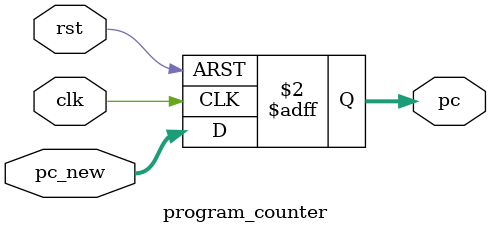
<source format=v>
module program_counter (
	input [31:0] pc_new,
	input clk,
	input rst,
	output reg [31:0] pc
);

	always @(posedge clk or posedge rst) begin
		if (rst) begin
			pc = 32'd0;
		end else begin
			pc = pc_new;
		end
	end
	
endmodule
</source>
